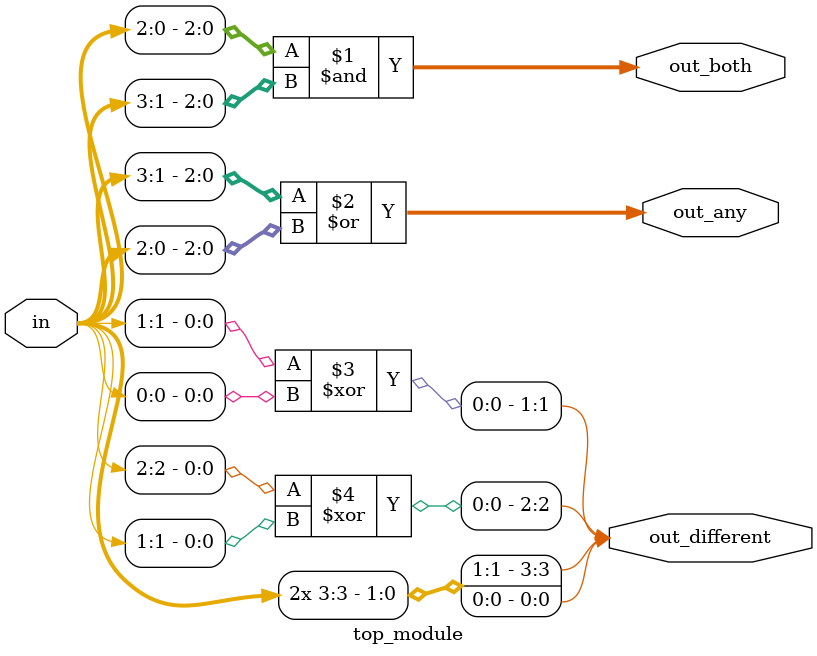
<source format=sv>
module top_module (
    input [3:0] in,
    output [2:0] out_both,
    output [3:1] out_any,
    output [3:0] out_different
);

    assign out_both = in[2:0] & in[3:1];
    assign out_any = in[3:1] | in[2:0];
    assign out_different = {in[3], in[2] ^ in[1], in[1] ^ in[0], in[3]};

endmodule

</source>
